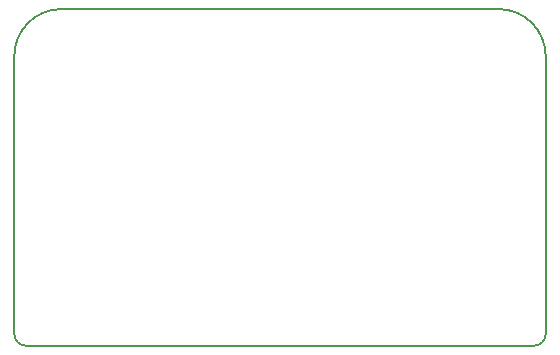
<source format=gm1>
%TF.GenerationSoftware,KiCad,Pcbnew,5.0.2+dfsg1-1*%
%TF.CreationDate,2022-04-03T13:41:23+09:00*%
%TF.ProjectId,toolhead-board,746f6f6c-6865-4616-942d-626f6172642e,rev?*%
%TF.SameCoordinates,Original*%
%TF.FileFunction,Profile,NP*%
%FSLAX46Y46*%
G04 Gerber Fmt 4.6, Leading zero omitted, Abs format (unit mm)*
G04 Created by KiCad (PCBNEW 5.0.2+dfsg1-1) date Sun 03 Apr 2022 01:41:23 PM JST*
%MOMM*%
%LPD*%
G01*
G04 APERTURE LIST*
%ADD10C,0.150000*%
G04 APERTURE END LIST*
D10*
X165000000Y-98500000D02*
G75*
G02X164000000Y-99500000I-1000000J0D01*
G01*
X121000000Y-99500000D02*
G75*
G02X120000000Y-98500000I0J1000000D01*
G01*
X161000000Y-71000000D02*
G75*
G02X165000000Y-75000000I0J-4000000D01*
G01*
X120000000Y-75000000D02*
G75*
G02X124000000Y-71000000I4000000J0D01*
G01*
X120000000Y-75000000D02*
X120000000Y-98500000D01*
X161000000Y-71000000D02*
X124000000Y-71000000D01*
X165000000Y-98500000D02*
X165000000Y-75000000D01*
X121000000Y-99500000D02*
X164000000Y-99500000D01*
M02*

</source>
